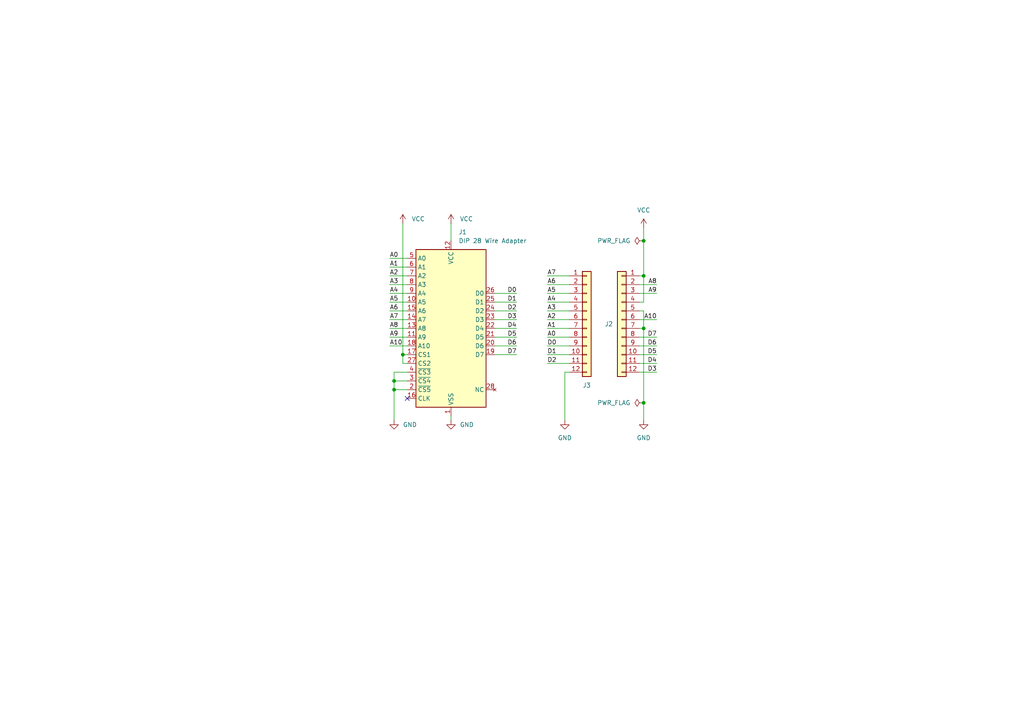
<source format=kicad_sch>
(kicad_sch (version 20231120) (generator "eeschema") (generator_version "8.0")
  (paper "A4")
  (title_block (title "6540 to HAL PCG-6500 Adapter") (date "2024-03-13") (rev "A") (comment 1 "2024") (comment 2 "creativecommons.org/licenses/by-sa/4.0/") (comment 3 "License: CC BY-SA 4.0") (comment 4 "Author: InsaneDruid"))
  (lib_symbols
    (symbol "Connector_Generic:Conn_01x12" (pin_names (offset 1.016) hide)
      (property "Reference" "J" (at 0 15.24 0))
      (property "Value" "Conn_01x12" (at 0 -17.78 0))
      (symbol "Conn_01x12_1_1"
        (rectangle (start -1.27 -15.113) (end 0 -15.367) (stroke (width 0.1524)))
        (rectangle (start -1.27 -12.573) (end 0 -12.827) (stroke (width 0.1524)))
        (rectangle (start -1.27 -10.033) (end 0 -10.287) (stroke (width 0.1524)))
        (rectangle (start -1.27 -7.493) (end 0 -7.747) (stroke (width 0.1524)))
        (rectangle (start -1.27 -4.953) (end 0 -5.207) (stroke (width 0.1524)))
        (rectangle (start -1.27 -2.413) (end 0 -2.667) (stroke (width 0.1524)))
        (rectangle (start -1.27 0.127) (end 0 -0.127) (stroke (width 0.1524)))
        (rectangle (start -1.27 2.667) (end 0 2.413) (stroke (width 0.1524)))
        (rectangle (start -1.27 5.207) (end 0 4.953) (stroke (width 0.1524)))
        (rectangle (start -1.27 7.747) (end 0 7.493) (stroke (width 0.1524)))
        (rectangle (start -1.27 10.287) (end 0 10.033) (stroke (width 0.1524)))
        (rectangle (start -1.27 12.827) (end 0 12.573) (stroke (width 0.1524)))
        (rectangle (start -1.27 13.97) (end 1.27 -16.51) (stroke (width 0.254)) (fill (type background)))
        (pin passive line (at -5.08 12.7 0) (length 3.81) (name "Pin_1") (number "1"))
        (pin passive line (at -5.08 -10.16 0) (length 3.81) (name "Pin_10") (number "10"))
        (pin passive line (at -5.08 -12.7 0) (length 3.81) (name "Pin_11") (number "11"))
        (pin passive line (at -5.08 -15.24 0) (length 3.81) (name "Pin_12") (number "12"))
        (pin passive line (at -5.08 10.16 0) (length 3.81) (name "Pin_2") (number "2"))
        (pin passive line (at -5.08 7.62 0) (length 3.81) (name "Pin_3") (number "3"))
        (pin passive line (at -5.08 5.08 0) (length 3.81) (name "Pin_4") (number "4"))
        (pin passive line (at -5.08 2.54 0) (length 3.81) (name "Pin_5") (number "5"))
        (pin passive line (at -5.08 0 0) (length 3.81) (name "Pin_6") (number "6"))
        (pin passive line (at -5.08 -2.54 0) (length 3.81) (name "Pin_7") (number "7"))
        (pin passive line (at -5.08 -5.08 0) (length 3.81) (name "Pin_8") (number "8"))
        (pin passive line (at -5.08 -7.62 0) (length 3.81) (name "Pin_9") (number "9"))
      )
    )
    (symbol "pcg6500_lib_sch:MOS6540"
      (property "Reference" "U" (at -10.16 25.4 0))
      (property "Value" "MOS6540" (at 2.54 25.4 0))
      (symbol "MOS6540_0_0"
        (pin output line (at -12.7 7.62 0) (length 2.54) (name "A5") (number "10"))
        (pin output line (at -12.7 -2.54 0) (length 2.54) (name "A9") (number "11"))
        (pin power_in line (at 0 25.4 270) (length 2.54) (name "VCC") (number "12"))
        (pin output line (at -12.7 0 0) (length 2.54) (name "A8") (number "13"))
        (pin output line (at -12.7 2.54 0) (length 2.54) (name "A7") (number "14"))
        (pin output line (at -12.7 5.08 0) (length 2.54) (name "A6") (number "15"))
        (pin output line (at -12.7 -5.08 0) (length 2.54) (name "A10") (number "18"))
        (pin bidirectional line (at 12.7 -7.62 180) (length 2.54) (name "D7") (number "19"))
        (pin bidirectional line (at 12.7 -5.08 180) (length 2.54) (name "D6") (number "20"))
        (pin bidirectional line (at 12.7 -2.54 180) (length 2.54) (name "D5") (number "21"))
        (pin bidirectional line (at 12.7 0 180) (length 2.54) (name "D4") (number "22"))
        (pin bidirectional line (at 12.7 2.54 180) (length 2.54) (name "D3") (number "23"))
        (pin bidirectional line (at 12.7 7.62 180) (length 2.54) (name "D1") (number "25"))
        (pin no_connect line (at 12.7 -17.78 180) (length 2.54) (name "NC") (number "28"))
        (pin output line (at -12.7 20.32 0) (length 2.54) (name "A0") (number "5"))
        (pin output line (at -12.7 17.78 0) (length 2.54) (name "A1") (number "6"))
        (pin output line (at -12.7 15.24 0) (length 2.54) (name "A2") (number "7"))
        (pin output line (at -12.7 12.7 0) (length 2.54) (name "A3") (number "8"))
        (pin output line (at -12.7 10.16 0) (length 2.54) (name "A4") (number "9"))
      )
      (symbol "MOS6540_1_0"
        (pin power_in line (at 0 -25.4 90) (length 2.54) (name "VSS") (number "1"))
        (pin output line (at -12.7 -20.32 0) (length 2.54) (name "CLK") (number "16"))
        (pin power_in line (at -12.7 -7.62 0) (length 2.54) (name "CS1") (number "17"))
        (pin power_in line (at -12.7 -17.78 0) (length 2.54) (name "~{CS5}") (number "2"))
        (pin bidirectional line (at 12.7 5.08 180) (length 2.54) (name "D2") (number "24"))
        (pin bidirectional line (at 12.7 10.16 180) (length 2.54) (name "D0") (number "26"))
        (pin power_in line (at -12.7 -10.16 0) (length 2.54) (name "CS2") (number "27"))
        (pin power_in line (at -12.7 -15.24 0) (length 2.54) (name "~{CS4}") (number "3"))
        (pin power_in line (at -12.7 -12.7 0) (length 2.54) (name "~{CS3}") (number "4"))
      )
      (symbol "MOS6540_1_1"
        (rectangle (start -10.16 22.86) (end 10.16 -22.86) (stroke (width 0.254)) (fill (type background)))
      )
    )
    (symbol "power:GND" (power) (pin_numbers hide) (pin_names (offset 0) hide)
      (property "Value" "GND" (at 0 -3.81 0))
      (symbol "GND_0_1"
        (polyline (pts (xy 0 0) (xy 0 -1.27) (xy 1.27 -1.27) (xy 0 -2.54) (xy -1.27 -1.27) (xy 0 -1.27)))
      )
      (symbol "GND_1_1"
        (pin power_in line (at 0 0 270) (length 0) (name "~") (number "1"))
      )
    )
    (symbol "power:PWR_FLAG" (power) (pin_numbers hide) (pin_names (offset 0) hide)
      (property "Value" "PWR_FLAG" (at 0 3.81 0))
      (symbol "PWR_FLAG_0_0"
        (pin power_out line (at 0 0 90) (length 0) (name "~") (number "1"))
      )
      (symbol "PWR_FLAG_0_1"
        (polyline (pts (xy 0 0) (xy 0 1.27) (xy -1.016 1.905) (xy 0 2.54) (xy 1.016 1.905) (xy 0 1.27)))
      )
    )
    (symbol "power:VCC" (power) (pin_numbers hide) (pin_names (offset 0) hide)
      (property "Value" "VCC" (at 0 3.556 0))
      (symbol "VCC_0_1"
        (polyline (pts (xy -0.762 1.27) (xy 0 2.54)))
        (polyline (pts (xy 0 0) (xy 0 2.54)))
        (polyline (pts (xy 0 2.54) (xy 0.762 1.27)))
      )
      (symbol "VCC_1_1"
        (pin power_in line (at 0 0 90) (length 0) (name "~") (number "1"))
      )
    )
  )
  (junction (at 186.69 80.01))
  (junction (at 114.3 113.03))
  (junction (at 186.69 116.84))
  (junction (at 116.84 102.87))
  (junction (at 186.69 69.85))
  (junction (at 114.3 110.49))
  (junction (at 186.69 95.25))
  (no_connect (at 118.11 115.57))
  (wire (pts (xy 113.03 95.25) (xy 118.11 95.25)))
  (wire (pts (xy 186.69 66.04) (xy 186.69 69.85)))
  (wire (pts (xy 113.03 97.79) (xy 118.11 97.79)))
  (wire (pts (xy 113.03 87.63) (xy 118.11 87.63)))
  (wire (pts (xy 116.84 105.41) (xy 116.84 102.87)))
  (wire (pts (xy 165.1 85.09) (xy 158.75 85.09)))
  (wire (pts (xy 165.1 82.55) (xy 158.75 82.55)))
  (wire (pts (xy 190.5 102.87) (xy 185.42 102.87)))
  (wire (pts (xy 130.81 120.65) (xy 130.81 121.92)))
  (wire (pts (xy 185.42 87.63) (xy 186.69 87.63)))
  (wire (pts (xy 118.11 102.87) (xy 116.84 102.87)))
  (wire (pts (xy 165.1 92.71) (xy 158.75 92.71)))
  (wire (pts (xy 190.5 97.79) (xy 185.42 97.79)))
  (wire (pts (xy 114.3 110.49) (xy 118.11 110.49)))
  (wire (pts (xy 163.83 121.92) (xy 163.83 107.95)))
  (wire (pts (xy 118.11 107.95) (xy 114.3 107.95)))
  (wire (pts (xy 113.03 82.55) (xy 118.11 82.55)))
  (wire (pts (xy 143.51 85.09) (xy 149.86 85.09)))
  (wire (pts (xy 113.03 92.71) (xy 118.11 92.71)))
  (wire (pts (xy 165.1 105.41) (xy 158.75 105.41)))
  (wire (pts (xy 130.81 64.77) (xy 130.81 69.85)))
  (wire (pts (xy 165.1 102.87) (xy 158.75 102.87)))
  (wire (pts (xy 165.1 90.17) (xy 158.75 90.17)))
  (wire (pts (xy 114.3 113.03) (xy 114.3 121.92)))
  (wire (pts (xy 113.03 100.33) (xy 118.11 100.33)))
  (wire (pts (xy 143.51 90.17) (xy 149.86 90.17)))
  (wire (pts (xy 190.5 92.71) (xy 185.42 92.71)))
  (wire (pts (xy 190.5 105.41) (xy 185.42 105.41)))
  (wire (pts (xy 114.3 107.95) (xy 114.3 110.49)))
  (wire (pts (xy 113.03 90.17) (xy 118.11 90.17)))
  (wire (pts (xy 118.11 105.41) (xy 116.84 105.41)))
  (wire (pts (xy 113.03 80.01) (xy 118.11 80.01)))
  (wire (pts (xy 143.51 97.79) (xy 149.86 97.79)))
  (wire (pts (xy 163.83 107.95) (xy 165.1 107.95)))
  (wire (pts (xy 114.3 110.49) (xy 114.3 113.03)))
  (wire (pts (xy 143.51 95.25) (xy 149.86 95.25)))
  (wire (pts (xy 190.5 100.33) (xy 185.42 100.33)))
  (wire (pts (xy 113.03 77.47) (xy 118.11 77.47)))
  (wire (pts (xy 113.03 74.93) (xy 118.11 74.93)))
  (wire (pts (xy 186.69 80.01) (xy 186.69 87.63)))
  (wire (pts (xy 165.1 97.79) (xy 158.75 97.79)))
  (wire (pts (xy 143.51 92.71) (xy 149.86 92.71)))
  (wire (pts (xy 165.1 87.63) (xy 158.75 87.63)))
  (wire (pts (xy 186.69 116.84) (xy 186.69 121.92)))
  (wire (pts (xy 190.5 85.09) (xy 185.42 85.09)))
  (wire (pts (xy 165.1 100.33) (xy 158.75 100.33)))
  (wire (pts (xy 113.03 85.09) (xy 118.11 85.09)))
  (wire (pts (xy 116.84 64.77) (xy 116.84 102.87)))
  (wire (pts (xy 143.51 102.87) (xy 149.86 102.87)))
  (wire (pts (xy 185.42 90.17) (xy 186.69 90.17)))
  (wire (pts (xy 186.69 90.17) (xy 186.69 95.25)))
  (wire (pts (xy 114.3 113.03) (xy 118.11 113.03)))
  (wire (pts (xy 190.5 82.55) (xy 185.42 82.55)))
  (wire (pts (xy 186.69 69.85) (xy 186.69 80.01)))
  (wire (pts (xy 186.69 95.25) (xy 186.69 116.84)))
  (wire (pts (xy 143.51 87.63) (xy 149.86 87.63)))
  (wire (pts (xy 143.51 100.33) (xy 149.86 100.33)))
  (wire (pts (xy 165.1 80.01) (xy 158.75 80.01)))
  (wire (pts (xy 190.5 107.95) (xy 185.42 107.95)))
  (wire (pts (xy 185.42 95.25) (xy 186.69 95.25)))
  (wire (pts (xy 165.1 95.25) (xy 158.75 95.25)))
  (wire (pts (xy 185.42 80.01) (xy 186.69 80.01)))
  (label "A2" (at 158.75 92.71 0))
  (label "D6" (at 149.86 100.33 180))
  (label "D2" (at 158.75 105.41 0))
  (label "A10" (at 190.5 92.71 180))
  (label "A0" (at 158.75 97.79 0))
  (label "A7" (at 158.75 80.01 0))
  (label "A5" (at 113.03 87.63 0))
  (label "A1" (at 113.03 77.47 0))
  (label "A8" (at 190.5 82.55 180))
  (label "D4" (at 149.86 95.25 180))
  (label "D4" (at 190.5 105.41 180))
  (label "A7" (at 113.03 92.71 0))
  (label "D7" (at 190.5 97.79 180))
  (label "A6" (at 113.03 90.17 0))
  (label "A4" (at 158.75 87.63 0))
  (label "A9" (at 190.5 85.09 180))
  (label "A10" (at 113.03 100.33 0))
  (label "A4" (at 113.03 85.09 0))
  (label "A9" (at 113.03 97.79 0))
  (label "A5" (at 158.75 85.09 0))
  (label "D5" (at 149.86 97.79 180))
  (label "D6" (at 190.5 100.33 180))
  (label "D0" (at 149.86 85.09 180))
  (label "D2" (at 149.86 90.17 180))
  (label "A8" (at 113.03 95.25 0))
  (label "A6" (at 158.75 82.55 0))
  (label "A2" (at 113.03 80.01 0))
  (label "D0" (at 158.75 100.33 0))
  (label "D1" (at 149.86 87.63 180))
  (label "A1" (at 158.75 95.25 0))
  (label "D3" (at 190.5 107.95 180))
  (label "D7" (at 149.86 102.87 180))
  (label "A3" (at 113.03 82.55 0))
  (label "D1" (at 158.75 102.87 0))
  (label "D5" (at 190.5 102.87 180))
  (label "D3" (at 149.86 92.71 180))
  (label "A0" (at 113.03 74.93 0))
  (label "A3" (at 158.75 90.17 0))
  (symbol (lib_id "Connector_Generic:Conn_01x12") (at 170.18 92.71 0) (unit 1)
    (property "Reference" "J3" (at 170.18 111.76 0))
    (property "Value" "Conn_01x12" (effects (hide yes)))
    (property "Footprint" "pcg6500_lib_fp:PinHeader_1x12_P2.54mm_Vertical" (effects (hide yes)))
    (property "Description" "Generic connector, single row, 01x12, script generated (kicad-library-utils/schlib/autogen/connector/)" (effects (hide yes)))
  )
  (symbol (lib_id "power:GND") (at 163.83 121.92 0) (unit 1)
    (property "Reference" "#PWR05" (effects (hide yes)))
    (property "Value" "GND" (at 163.83 127 0))
    (property "Description" "Power symbol creates a global label with name \"GND\" , ground" (effects (hide yes)))
  )
  (symbol (lib_id "power:GND") (at 130.81 121.92 0) (unit 1)
    (property "Reference" "#PWR03" (effects (hide yes)))
    (property "Value" "GND" (at 133.35 123.1899 0) (effects (justify left)))
    (property "Description" "Power symbol creates a global label with name \"GND\" , ground" (effects (hide yes)))
  )
  (symbol (lib_id "power:PWR_FLAG") (at 186.69 116.84 90) (unit 1)
    (property "Reference" "#FLG02" (effects (hide yes)))
    (property "Value" "PWR_FLAG" (at 182.88 116.8399 90) (effects (justify left)))
    (property "Description" "Special symbol for telling ERC where power comes from" (effects (hide yes)))
  )
  (symbol (lib_id "power:VCC") (at 116.84 64.77 0) (unit 1)
    (property "Reference" "#PWR016" (effects (hide yes)))
    (property "Value" "VCC" (at 119.38 63.4999 0) (effects (justify left)))
    (property "Description" "Power symbol creates a global label with name \"VCC\"" (effects (hide yes)))
  )
  (symbol (lib_id "pcg6500_lib_sch:MOS6540") (at 130.81 95.25 0) (unit 1)
    (property "Reference" "J1" (at 133.0041 67.31 0) (effects (justify left)))
    (property "Value" "DIP 28 Wire Adapter" (at 133.0041 69.85 0) (effects (justify left)))
    (property "Footprint" "pcg6500_lib_fp:DIP-28_W15.24mm_Wire_Adapter" (effects (hide yes)))
    (property "Datasheet" "https://www.amiga-stuff.com/hardware/6540.html" (effects (hide yes)))
    (property "Description" "16384 STATIC READ ONLY MEMORY (2048x8)" (effects (hide yes)))
  )
  (symbol (lib_id "power:VCC") (at 186.69 66.04 0) (unit 1)
    (property "Reference" "#PWR06" (effects (hide yes)))
    (property "Value" "VCC" (at 186.69 60.96 0))
    (property "Description" "Power symbol creates a global label with name \"VCC\"" (effects (hide yes)))
  )
  (symbol (lib_id "power:PWR_FLAG") (at 186.69 69.85 90) (unit 1)
    (property "Reference" "#FLG01" (effects (hide yes)))
    (property "Value" "PWR_FLAG" (at 182.88 69.8499 90) (effects (justify left)))
    (property "Description" "Special symbol for telling ERC where power comes from" (effects (hide yes)))
  )
  (symbol (lib_id "power:GND") (at 114.3 121.92 0) (unit 1)
    (property "Reference" "#PWR09" (effects (hide yes)))
    (property "Value" "GND" (at 116.84 123.1899 0) (effects (justify left)))
    (property "Description" "Power symbol creates a global label with name \"GND\" , ground" (effects (hide yes)))
  )
  (symbol (lib_id "power:GND") (at 186.69 121.92 0) (unit 1)
    (property "Reference" "#PWR015" (effects (hide yes)))
    (property "Value" "GND" (at 186.69 127 0))
    (property "Description" "Power symbol creates a global label with name \"GND\" , ground" (effects (hide yes)))
  )
  (symbol (lib_id "power:VCC") (at 130.81 64.77 0) (unit 1)
    (property "Reference" "#PWR04" (effects (hide yes)))
    (property "Value" "VCC" (at 133.35 63.4999 0) (effects (justify left)))
    (property "Description" "Power symbol creates a global label with name \"VCC\"" (effects (hide yes)))
  )
  (symbol (lib_id "Connector_Generic:Conn_01x12") (at 180.34 92.71 0) (mirror y) (unit 1)
    (property "Reference" "J2" (at 177.8 93.9801 0) (effects (justify left)))
    (property "Value" "Conn_01x12" (effects (hide yes)))
    (property "Footprint" "pcg6500_lib_fp:PinHeader_1x12_P2.54mm_Vertical" (effects (hide yes)))
    (property "Description" "Generic connector, single row, 01x12, script generated (kicad-library-utils/schlib/autogen/connector/)" (effects (hide yes)))
  )
)
</source>
